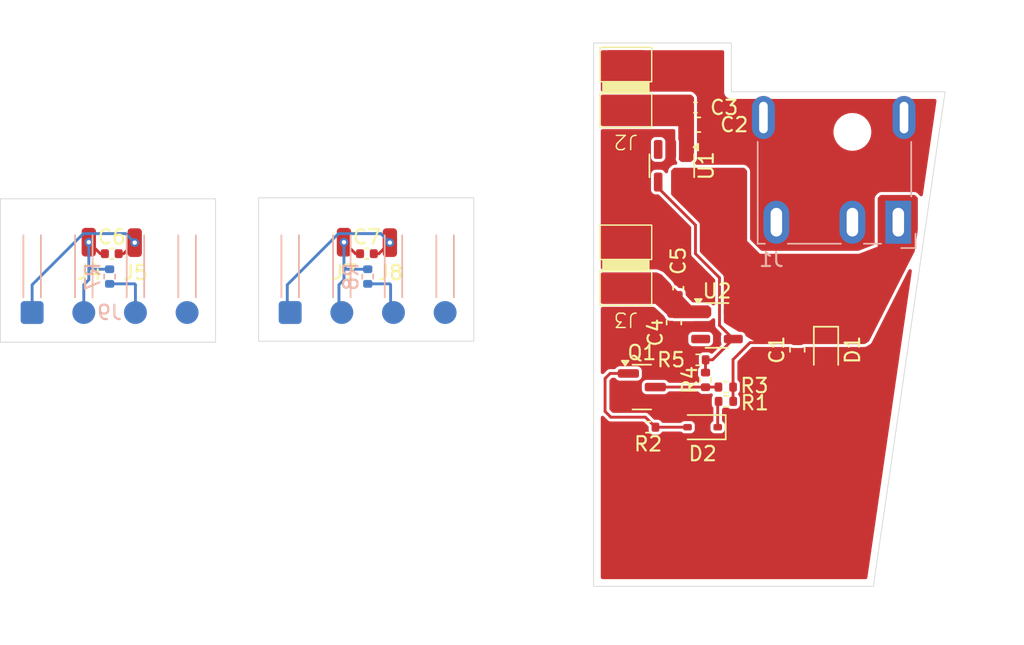
<source format=kicad_pcb>
(kicad_pcb (version 20240108) (generator "pcbnew") (generator_version "8.0")
  (layers (0 "F.Cu" signal) (31 "B.Cu" signal) (34 "B.Paste" user) (35 "F.Paste" user) (36 "B.SilkS" user "B.Silkscreen") (37 "F.SilkS" user "F.Silkscreen") (38 "B.Mask" user) (39 "F.Mask" user) (44 "Edge.Cuts" user))
  (net 0 "")
  (net 1 "+5.1V")
  (net 2 "GND")
  (net 3 "/紅")
  (net 4 "/白")
  (net 5 "/B")
  (net 6 "Net-(D2-K)")
  (net 7 "Net-(Q1-C)")
  (net 8 "/EN")
  (net 12 "/Charger Connector2/GND")
  (net 13 "/Charger Connector2/VCC")
  (net 14 "/Charger Connector1/GND")
  (net 15 "/Charger Connector1/VCC")
  (net 16 "/Charger Connector2/T")
  (net 17 "/Charger Connector1/T")
  (footprint "Connector_Wire:SolderWirePad_1x01_SMD_1x2mm" (layer "F.Cu") (at 56.165 57.095)
    (property "Reference" "J4" (at 0.05 2.095 0) (layer "F.SilkS"))
    (property "Value" "Conn_01x01" (hide yes))
    (pad "1" smd roundrect (at 0 0) (size 1 2) (layers "F.Cu" "F.Paste" "F.Mask") (net 13 "/Charger Connector2/VCC"))
  )
  (footprint "LocalLibrary:Power Pads" (layer "F.Cu") (at 93.6 49.1 180)
    (property "Reference" "J2" (at 0 -1 180) (layer "F.SilkS") (effects (font (thickness 0.1))))
    (property "Value" "Conn_01x02" (hide yes))
    (fp_rect (start -1.6 2.4) (end 1.6 3.2) (stroke (width 0.1)) (fill solid) (layer "F.SilkS"))
    (fp_rect (start -1.8 3.2) (end 1.8 5.6) (stroke (width 0.1)) (fill none) (layer "F.SilkS"))
    (fp_rect (start -1.8 0) (end 1.8 2.4) (stroke (width 0.1)) (fill none) (layer "F.SilkS"))
    (pad "1" smd roundrect (at 0 1.2 180) (size 3 2) (layers "F.Cu" "F.Paste" "F.Mask") (roundrect_rratio 0.1640419948) (net 3 "/紅"))
    (pad "2" smd roundrect (at 0 4.4 180) (size 3 2) (layers "F.Cu" "F.Paste" "F.Mask") (roundrect_rratio 0.1640419948) (net 2 "GND"))
  )
  (footprint "Capacitor_SMD:C_0603_1608Metric" (layer "F.Cu") (at 105.55 64.6 90)
    (property "Reference" "C1" (at 0 -1.43 90) (layer "F.SilkS"))
    (property "Value" "C" (hide yes))
    (fp_line (start -0.14058 -0.51) (end 0.14058 -0.51) (stroke (width 0.12)) (layer "F.SilkS"))
    (fp_line (start -0.14058 0.51) (end 0.14058 0.51) (stroke (width 0.12)) (layer "F.SilkS"))
    (pad "1" smd roundrect (at -0.775 0 90) (size 0.9 0.95) (layers "F.Cu" "F.Paste" "F.Mask") (net 2 "GND"))
    (pad "2" smd roundrect (at 0.775 0 90) (size 0.9 0.95) (layers "F.Cu" "F.Paste" "F.Mask") (net 1 "+5.1V"))
  )
  (footprint "Package_TO_SOT_SMD:SOT-23-5" (layer "F.Cu") (at 99.95 62.9)
    (property "Reference" "U2" (at 0 -2.4 0) (layer "F.SilkS"))
    (property "Value" "WP25141" (hide yes))
    (fp_line (start 0 -1.56) (end -0.8 -1.56) (stroke (width 0.12)) (layer "F.SilkS"))
    (fp_line (start 0 -1.56) (end 0.8 -1.56) (stroke (width 0.12)) (layer "F.SilkS"))
    (fp_line (start 0 1.56) (end -0.8 1.56) (stroke (width 0.12)) (layer "F.SilkS"))
    (fp_line (start 0 1.56) (end 0.8 1.56) (stroke (width 0.12)) (layer "F.SilkS"))
    (fp_poly (pts (xy -1.3 -1.51) (xy -1.54 -1.84) (xy -1.06 -1.84) (xy -1.3 -1.51)) (stroke (width 0.12)) (fill solid) (layer "F.SilkS"))
    (pad "1" smd roundrect (at -1.1375 -0.95) (size 1.325 0.6) (layers "F.Cu" "F.Paste" "F.Mask") (net 4 "/白"))
    (pad "2" smd roundrect (at -1.1375 0) (size 1.325 0.6) (layers "F.Cu" "F.Paste" "F.Mask") (net 2 "GND"))
    (pad "3" smd roundrect (at -1.1375 0.95) (size 1.325 0.6) (layers "F.Cu" "F.Paste" "F.Mask"))
    (pad "4" smd roundrect (at 1.1375 0.95) (size 1.325 0.6) (layers "F.Cu" "F.Paste" "F.Mask") (net 8 "/EN"))
    (pad "5" smd roundrect (at 1.1375 -0.95) (size 1.325 0.6) (layers "F.Cu" "F.Paste" "F.Mask") (net 1 "+5.1V"))
  )
  (footprint "Resistor_SMD:R_0402_1005Metric" (layer "F.Cu") (at 99.15 66.7 90)
    (property "Reference" "R4" (at 0 -1.1 90) (layer "F.SilkS"))
    (property "Value" "R" (hide yes))
    (fp_line (start -0.153641 -0.38) (end 0.153641 -0.38) (stroke (width 0.12)) (layer "F.SilkS"))
    (fp_line (start -0.153641 0.38) (end 0.153641 0.38) (stroke (width 0.12)) (layer "F.SilkS"))
    (pad "1" smd roundrect (at -0.51 0 90) (size 0.54 0.64) (layers "F.Cu" "F.Paste" "F.Mask") (net 7 "Net-(Q1-C)"))
    (pad "2" smd roundrect (at 0.51 0 90) (size 0.54 0.64) (layers "F.Cu" "F.Paste" "F.Mask") (net 8 "/EN"))
  )
  (footprint "Resistor_SMD:R_0402_1005Metric" (layer "F.Cu") (at 95.15 70 180)
    (property "Reference" "R2" (at 0 -1.17 0) (layer "F.SilkS"))
    (property "Value" "R" (hide yes))
    (fp_line (start -0.153641 0.38) (end 0.153641 0.38) (stroke (width 0.12)) (layer "F.SilkS"))
    (fp_line (start -0.153641 -0.38) (end 0.153641 -0.38) (stroke (width 0.12)) (layer "F.SilkS"))
    (pad "1" smd roundrect (at -0.51 0 180) (size 0.54 0.64) (layers "F.Cu" "F.Paste" "F.Mask") (net 5 "/B"))
    (pad "2" smd roundrect (at 0.51 0 180) (size 0.54 0.64) (layers "F.Cu" "F.Paste" "F.Mask") (net 2 "GND"))
  )
  (footprint "Capacitor_SMD:C_0402_1005Metric" (layer "F.Cu") (at 98.45 47.7)
    (property "Reference" "C3" (at 2 0 0) (layer "F.SilkS"))
    (property "Value" "C" (hide yes))
    (fp_line (start -0.107836 -0.36) (end 0.107836 -0.36) (stroke (width 0.12)) (layer "F.SilkS"))
    (fp_line (start -0.107836 0.36) (end 0.107836 0.36) (stroke (width 0.12)) (layer "F.SilkS"))
    (pad "1" smd roundrect (at -0.48 0) (size 0.56 0.62) (layers "F.Cu" "F.Paste" "F.Mask") (net 3 "/紅"))
    (pad "2" smd roundrect (at 0.48 0) (size 0.56 0.62) (layers "F.Cu" "F.Paste" "F.Mask") (net 2 "GND"))
  )
  (footprint "Resistor_SMD:R_0402_1005Metric" (layer "F.Cu") (at 100.56 67.2 180)
    (property "Reference" "R3" (at -2 0.1 0) (layer "F.SilkS"))
    (property "Value" "R" (hide yes))
    (fp_line (start -0.153641 0.38) (end 0.153641 0.38) (stroke (width 0.12)) (layer "F.SilkS"))
    (fp_line (start -0.153641 -0.38) (end 0.153641 -0.38) (stroke (width 0.12)) (layer "F.SilkS"))
    (pad "1" smd roundrect (at -0.51 0 180) (size 0.54 0.64) (layers "F.Cu" "F.Paste" "F.Mask") (net 1 "+5.1V"))
    (pad "2" smd roundrect (at 0.51 0 180) (size 0.54 0.64) (layers "F.Cu" "F.Paste" "F.Mask") (net 7 "Net-(Q1-C)"))
  )
  (footprint "Diode_SMD:D_SOD-323F" (layer "F.Cu") (at 107.55 64.6 -90)
    (property "Reference" "D1" (at 0 -1.85 90) (layer "F.SilkS"))
    (property "Value" "\"GD\"")
    (fp_line (start -1.61 0.85) (end 1.05 0.85) (stroke (width 0.12)) (layer "F.SilkS"))
    (fp_line (start -1.61 -0.85) (end -1.61 0.85) (stroke (width 0.12)) (layer "F.SilkS"))
    (fp_line (start -1.61 -0.85) (end 1.05 -0.85) (stroke (width 0.12)) (layer "F.SilkS"))
    (pad "1" smd roundrect (at -1.1 0 270) (size 0.5 0.5) (layers "F.Cu" "F.Paste" "F.Mask") (net 1 "+5.1V"))
    (pad "2" smd roundrect (at 1.1 0 270) (size 0.5 0.5) (layers "F.Cu" "F.Paste" "F.Mask") (net 2 "GND"))
  )
  (footprint "Capacitor_SMD:C_0402_1005Metric" (layer "F.Cu") (at 97.25 60.3 90)
    (property "Reference" "C5" (at 1.9 0 90) (layer "F.SilkS"))
    (property "Value" "C" (hide yes))
    (fp_line (start -0.107836 -0.36) (end 0.107836 -0.36) (stroke (width 0.12)) (layer "F.SilkS"))
    (fp_line (start -0.107836 0.36) (end 0.107836 0.36) (stroke (width 0.12)) (layer "F.SilkS"))
    (pad "1" smd roundrect (at -0.48 0 90) (size 0.56 0.62) (layers "F.Cu" "F.Paste" "F.Mask") (net 4 "/白"))
    (pad "2" smd roundrect (at 0.48 0 90) (size 0.56 0.62) (layers "F.Cu" "F.Paste" "F.Mask") (net 2 "GND"))
  )
  (footprint "Connector_Wire:SolderWirePad_1x01_SMD_1x2mm" (layer "F.Cu") (at 77.15 57.125)
    (property "Reference" "J8" (at 0.05 2.095 360) (layer "F.SilkS"))
    (property "Value" "Conn_01x01" (hide yes))
    (pad "1" smd roundrect (at 0 0) (size 1 2) (layers "F.Cu" "F.Paste" "F.Mask") (net 14 "/Charger Connector1/GND"))
  )
  (footprint "LocalLibrary:Power Pads" (layer "F.Cu") (at 93.6 61.5 180)
    (property "Reference" "J3" (at 0 -1 180) (layer "F.SilkS") (effects (font (thickness 0.1))))
    (property "Value" "Conn_01x02" (hide yes))
    (fp_rect (start -1.6 2.4) (end 1.6 3.2) (stroke (width 0.1)) (fill solid) (layer "F.SilkS"))
    (fp_rect (start -1.8 3.2) (end 1.8 5.6) (stroke (width 0.1)) (fill none) (layer "F.SilkS"))
    (fp_rect (start -1.8 0) (end 1.8 2.4) (stroke (width 0.1)) (fill none) (layer "F.SilkS"))
    (pad "1" smd roundrect (at 0 1.2 180) (size 3 2) (layers "F.Cu" "F.Paste" "F.Mask") (roundrect_rratio 0.1640419948) (net 4 "/白"))
    (pad "2" smd roundrect (at 0 4.4 180) (size 3 2) (layers "F.Cu" "F.Paste" "F.Mask") (roundrect_rratio 0.1640419948) (net 2 "GND"))
  )
  (footprint "Package_TO_SOT_SMD:SOT-23" (layer "F.Cu") (at 94.7125 67.2)
    (property "Reference" "Q1" (at 0 -2.4 0) (layer "F.SilkS"))
    (property "Value" "WT3904" (hide yes))
    (fp_line (start 0 -1.56) (end -0.65 -1.56) (stroke (width 0.12)) (layer "F.SilkS"))
    (fp_line (start 0 -1.56) (end 0.65 -1.56) (stroke (width 0.12)) (layer "F.SilkS"))
    (fp_line (start 0 1.56) (end -0.65 1.56) (stroke (width 0.12)) (layer "F.SilkS"))
    (fp_line (start 0 1.56) (end 0.65 1.56) (stroke (width 0.12)) (layer "F.SilkS"))
    (fp_poly (pts (xy -1.1625 -1.51) (xy -1.4025 -1.84) (xy -0.9225 -1.84) (xy -1.1625 -1.51)) (stroke (width 0.12)) (fill solid) (layer "F.SilkS"))
    (pad "1" smd roundrect (at -0.9375 -0.95) (size 1.475 0.6) (layers "F.Cu" "F.Paste" "F.Mask") (net 5 "/B"))
    (pad "2" smd roundrect (at -0.9375 0.95) (size 1.475 0.6) (layers "F.Cu" "F.Paste" "F.Mask") (net 2 "GND"))
    (pad "3" smd roundrect (at 0.9375 0) (size 1.475 0.6) (layers "F.Cu" "F.Paste" "F.Mask") (net 7 "Net-(Q1-C)"))
  )
  (footprint "Connector_Wire:SolderWirePad_1x01_SMD_1x2mm" (layer "F.Cu") (at 73.95 57.095)
    (property "Reference" "J7" (at 0.05 2.095 360) (layer "F.SilkS"))
    (property "Value" "Conn_01x01" (hide yes))
    (pad "1" smd roundrect (at 0 0) (size 1 2) (layers "F.Cu" "F.Paste" "F.Mask") (net 15 "/Charger Connector1/VCC"))
  )
  (footprint "Capacitor_SMD:C_0603_1608Metric" (layer "F.Cu") (at 98.65 48.9)
    (property "Reference" "C2" (at 2.5 0 0) (layer "F.SilkS"))
    (property "Value" "C" (hide yes))
    (fp_line (start -0.14058 -0.51) (end 0.14058 -0.51) (stroke (width 0.12)) (layer "F.SilkS"))
    (fp_line (start -0.14058 0.51) (end 0.14058 0.51) (stroke (width 0.12)) (layer "F.SilkS"))
    (pad "1" smd roundrect (at -0.775 0) (size 0.9 0.95) (layers "F.Cu" "F.Paste" "F.Mask") (net 3 "/紅"))
    (pad "2" smd roundrect (at 0.775 0) (size 0.9 0.95) (layers "F.Cu" "F.Paste" "F.Mask") (net 2 "GND"))
  )
  (footprint "Capacitor_SMD:C_0603_1608Metric" (layer "F.Cu") (at 96.95 62.7 -90)
    (property "Reference" "C4" (at 0.7 1.3 90) (layer "F.SilkS"))
    (property "Value" "C" (hide yes))
    (fp_line (start -0.14058 0.51) (end 0.14058 0.51) (stroke (width 0.12)) (layer "F.SilkS"))
    (fp_line (start -0.14058 -0.51) (end 0.14058 -0.51) (stroke (width 0.12)) (layer "F.SilkS"))
    (pad "1" smd roundrect (at -0.775 0 270) (size 0.9 0.95) (layers "F.Cu" "F.Paste" "F.Mask") (net 4 "/白"))
    (pad "2" smd roundrect (at 0.775 0 270) (size 0.9 0.95) (layers "F.Cu" "F.Paste" "F.Mask") (net 2 "GND"))
  )
  (footprint "Package_TO_SOT_SMD:SOT-23-5" (layer "F.Cu") (at 96.8 51.7625 -90)
    (property "Reference" "U1" (at 0 -2.4 90) (layer "F.SilkS"))
    (property "Value" "WP25141" (hide yes))
    (fp_line (start 0 1.56) (end -0.8 1.56) (stroke (width 0.12)) (layer "F.SilkS"))
    (fp_line (start 0 1.56) (end 0.8 1.56) (stroke (width 0.12)) (layer "F.SilkS"))
    (fp_line (start 0 -1.56) (end -0.8 -1.56) (stroke (width 0.12)) (layer "F.SilkS"))
    (fp_line (start 0 -1.56) (end 0.8 -1.56) (stroke (width 0.12)) (layer "F.SilkS"))
    (fp_poly (pts (xy -1.3 -1.51) (xy -1.54 -1.84) (xy -1.06 -1.84) (xy -1.3 -1.51)) (stroke (width 0.12)) (fill solid) (layer "F.SilkS"))
    (pad "1" smd roundrect (at -1.1375 -0.95 270) (size 1.325 0.6) (layers "F.Cu" "F.Paste" "F.Mask") (net 3 "/紅"))
    (pad "2" smd roundrect (at -1.1375 0 270) (size 1.325 0.6) (layers "F.Cu" "F.Paste" "F.Mask") (net 2 "GND"))
    (pad "3" smd roundrect (at -1.1375 0.95 270) (size 1.325 0.6) (layers "F.Cu" "F.Paste" "F.Mask"))
    (pad "4" smd roundrect (at 1.1375 0.95 270) (size 1.325 0.6) (layers "F.Cu" "F.Paste" "F.Mask") (net 8 "/EN"))
    (pad "5" smd roundrect (at 1.1375 -0.95 270) (size 1.325 0.6) (layers "F.Cu" "F.Paste" "F.Mask") (net 1 "+5.1V"))
  )
  (footprint "Diode_SMD:D_SOD-323" (layer "F.Cu") (at 98.95 70 180)
    (property "Reference" "D2" (at 0 -1.85 0) (layer "F.SilkS"))
    (property "Value" "\"E2\"")
    (fp_line (start -1.61 0.85) (end 1.05 0.85) (stroke (width 0.12)) (layer "F.SilkS"))
    (fp_line (start -1.61 -0.85) (end 1.05 -0.85) (stroke (width 0.12)) (layer "F.SilkS"))
    (fp_line (start -1.61 -0.85) (end -1.61 0.85) (stroke (width 0.12)) (layer "F.SilkS"))
    (pad "1" smd roundrect (at -1.05 0 180) (size 0.6 0.45) (layers "F.Cu" "F.Paste" "F.Mask") (net 6 "Net-(D2-K)"))
    (pad "2" smd roundrect (at 1.05 0 180) (size 0.6 0.45) (layers "F.Cu" "F.Paste" "F.Mask") (net 5 "/B"))
  )
  (footprint "Capacitor_SMD:C_0402_1005Metric" (layer "F.Cu") (at 57.765 57.895)
    (property "Reference" "C6" (at 0 -1.16 0) (layer "F.SilkS"))
    (property "Value" "C" (hide yes))
    (fp_line (start -0.107836 -0.36) (end 0.107836 -0.36) (stroke (width 0.12)) (layer "F.SilkS"))
    (fp_line (start -0.107836 0.36) (end 0.107836 0.36) (stroke (width 0.12)) (layer "F.SilkS"))
    (pad "1" smd roundrect (at -0.48 0) (size 0.56 0.62) (layers "F.Cu" "F.Paste" "F.Mask") (net 13 "/Charger Connector2/VCC"))
    (pad "2" smd roundrect (at 0.48 0) (size 0.56 0.62) (layers "F.Cu" "F.Paste" "F.Mask") (net 12 "/Charger Connector2/GND"))
  )
  (footprint "Resistor_SMD:R_0402_1005Metric" (layer "F.Cu") (at 100.57 68.2 180)
    (property "Reference" "R1" (at -2.01 -0.1 0) (layer "F.SilkS"))
    (property "Value" "R" (hide yes))
    (fp_line (start -0.153641 0.38) (end 0.153641 0.38) (stroke (width 0.12)) (layer "F.SilkS"))
    (fp_line (start -0.153641 -0.38) (end 0.153641 -0.38) (stroke (width 0.12)) (layer "F.SilkS"))
    (pad "1" smd roundrect (at -0.51 0 180) (size 0.54 0.64) (layers "F.Cu" "F.Paste" "F.Mask") (net 1 "+5.1V"))
    (pad "2" smd roundrect (at 0.51 0 180) (size 0.54 0.64) (layers "F.Cu" "F.Paste" "F.Mask") (net 6 "Net-(D2-K)"))
  )
  (footprint "Connector_Wire:SolderWirePad_1x01_SMD_1x2mm" (layer "F.Cu") (at 59.365 57.125)
    (property "Reference" "J5" (at 0.05 2.095 0) (layer "F.SilkS"))
    (property "Value" "Conn_01x01" (hide yes))
    (pad "1" smd roundrect (at 0 0) (size 1 2) (layers "F.Cu" "F.Paste" "F.Mask") (net 12 "/Charger Connector2/GND"))
  )
  (footprint "Capacitor_SMD:C_0402_1005Metric" (layer "F.Cu") (at 75.55 57.895)
    (property "Reference" "C7" (at 0 -1.16 360) (layer "F.SilkS"))
    (property "Value" "C" (hide yes))
    (fp_line (start -0.107836 -0.36) (end 0.107836 -0.36) (stroke (width 0.12)) (layer "F.SilkS"))
    (fp_line (start -0.107836 0.36) (end 0.107836 0.36) (stroke (width 0.12)) (layer "F.SilkS"))
    (pad "1" smd roundrect (at -0.48 0) (size 0.56 0.62) (layers "F.Cu" "F.Paste" "F.Mask") (net 15 "/Charger Connector1/VCC"))
    (pad "2" smd roundrect (at 0.48 0) (size 0.56 0.62) (layers "F.Cu" "F.Paste" "F.Mask") (net 14 "/Charger Connector1/GND"))
  )
  (footprint "Resistor_SMD:R_0402_1005Metric" (layer "F.Cu") (at 98.65 65.3 180)
    (property "Reference" "R5" (at 1.9 0 0) (layer "F.SilkS"))
    (property "Value" "R" (hide yes))
    (fp_line (start -0.153641 0.38) (end 0.153641 0.38) (stroke (width 0.12)) (layer "F.SilkS"))
    (fp_line (start -0.153641 -0.38) (end 0.153641 -0.38) (stroke (width 0.12)) (layer "F.SilkS"))
    (pad "1" smd roundrect (at -0.51 0 180) (size 0.54 0.64) (layers "F.Cu" "F.Paste" "F.Mask") (net 8 "/EN"))
    (pad "2" smd roundrect (at 0.51 0 180) (size 0.54 0.64) (layers "F.Cu" "F.Paste" "F.Mask") (net 2 "GND"))
  )
  (footprint "Resistor_SMD:R_0402_1005Metric" (layer "B.Cu") (at 75.606565 59.49 -90)
    (property "Reference" "R8" (at 0 1.17 90) (layer "B.SilkS") (effects (justify mirror)))
    (property "Value" "5.61k")
    (fp_line (start 0.153641 0.38) (end -0.153641 0.38) (stroke (width 0.12)) (layer "B.SilkS"))
    (fp_line (start 0.153641 -0.38) (end -0.153641 -0.38) (stroke (width 0.12)) (layer "B.SilkS"))
    (pad "1" smd roundrect (at -0.51 0 270) (size 0.54 0.64) (layers "B.Cu" "B.Paste" "B.Mask") (net 15 "/Charger Connector1/VCC"))
    (pad "2" smd roundrect (at 0.51 0 270) (size 0.54 0.64) (layers "B.Cu" "B.Paste" "B.Mask") (net 17 "/Charger Connector1/T"))
  )
  (footprint "Connector_Wire:SolderWire-0.1sqmm_1x04_P3.6mm_D0.4mm_OD1mm_Relief" (layer "B.Cu") (at 70.5 63.025)
    (property "Reference" "J10" (hide yes))
    (property "Value" "Conn_01x04" (hide yes))
    (fp_line (start -0.91 -6.415) (end -0.91 -2.085) (stroke (width 0.12)) (layer "B.SilkS"))
    (fp_line (start 0.31 -6.415) (end 0.31 -2.085) (stroke (width 0.12)) (layer "B.SilkS"))
    (fp_line (start 2.69 -6.415) (end 2.69 -2.085) (stroke (width 0.12)) (layer "B.SilkS"))
    (fp_line (start 3.91 -6.415) (end 3.91 -2.085) (stroke (width 0.12)) (layer "B.SilkS"))
    (fp_line (start 6.29 -6.415) (end 6.29 -2.085) (stroke (width 0.12)) (layer "B.SilkS"))
    (fp_line (start 7.51 -6.415) (end 7.51 -2.085) (stroke (width 0.12)) (layer "B.SilkS"))
    (fp_line (start 9.89 -6.415) (end 9.89 -2.085) (stroke (width 0.12)) (layer "B.SilkS"))
    (fp_line (start 11.11 -6.415) (end 11.11 -2.085) (stroke (width 0.12)) (layer "B.SilkS"))
    (pad "1" smd roundrect (at -0.3 -1.025) (size 1.6 1.6) (layers "B.Cu" "B.Paste" "B.Mask") (roundrect_rratio 0.15625) (net 14 "/Charger Connector1/GND"))
    (pad "2" smd circle (at 3.3 -1.025) (size 1.6 1.6) (layers "B.Cu" "B.Paste" "B.Mask") (net 15 "/Charger Connector1/VCC"))
    (pad "3" smd circle (at 6.9 -1.025 270) (size 1.6 1.6) (layers "B.Cu" "B.Paste" "B.Mask") (net 17 "/Charger Connector1/T"))
    (pad "4" smd circle (at 10.5 -1.025) (size 1.6 1.6) (layers "B.Cu" "B.Paste" "B.Mask"))
  )
  (footprint "Connector_Wire:SolderWire-0.1sqmm_1x04_P3.6mm_D0.4mm_OD1mm_Relief" (layer "B.Cu") (at 52.215 62)
    (property "Reference" "J9" (at 5.4 0 180) (layer "B.SilkS") (effects (justify mirror)))
    (property "Value" "Conn_01x04" (hide yes))
    (fp_line (start -0.61 -5.39) (end -0.61 -1.06) (stroke (width 0.12)) (layer "B.SilkS"))
    (fp_line (start 0.61 -5.39) (end 0.61 -1.06) (stroke (width 0.12)) (layer "B.SilkS"))
    (fp_line (start 2.99 -5.39) (end 2.99 -1.06) (stroke (width 0.12)) (layer "B.SilkS"))
    (fp_line (start 4.21 -5.39) (end 4.21 -1.06) (stroke (width 0.12)) (layer "B.SilkS"))
    (fp_line (start 6.59 -5.39) (end 6.59 -1.06) (stroke (width 0.12)) (layer "B.SilkS"))
    (fp_line (start 7.81 -5.39) (end 7.81 -1.06) (stroke (width 0.12)) (layer "B.SilkS"))
    (fp_line (start 10.19 -5.39) (end 10.19 -1.06) (stroke (width 0.12)) (layer "B.SilkS"))
    (fp_line (start 11.41 -5.39) (end 11.41 -1.06) (stroke (width 0.12)) (layer "B.SilkS"))
    (pad "1" smd roundrect (at 0 0) (size 1.6 1.6) (layers "B.Cu" "B.Paste" "B.Mask") (roundrect_rratio 0.15625) (net 12 "/Charger Connector2/GND"))
    (pad "2" smd circle (at 3.6 0) (size 1.6 1.6) (layers "B.Cu" "B.Paste" "B.Mask") (net 13 "/Charger Connector2/VCC"))
    (pad "3" smd circle (at 7.2 0 270) (size 1.6 1.6) (layers "B.Cu" "B.Paste" "B.Mask") (net 16 "/Charger Connector2/T"))
    (pad "4" smd circle (at 10.8 0) (size 1.6 1.6) (layers "B.Cu" "B.Paste" "B.Mask"))
  )
  (footprint "Resistor_SMD:R_0402_1005Metric" (layer "B.Cu") (at 57.615 59.49 -90)
    (property "Reference" "R7" (at 0 1.17 90) (layer "B.SilkS") (effects (justify mirror)))
    (property "Value" "5.61k")
    (fp_line (start 0.153641 0.38) (end -0.153641 0.38) (stroke (width 0.12)) (layer "B.SilkS"))
    (fp_line (start 0.153641 -0.38) (end -0.153641 -0.38) (stroke (width 0.12)) (layer "B.SilkS"))
    (pad "1" smd roundrect (at -0.51 0 270) (size 0.54 0.64) (layers "B.Cu" "B.Paste" "B.Mask") (net 13 "/Charger Connector2/VCC"))
    (pad "2" smd roundrect (at 0.51 0 270) (size 0.54 0.64) (layers "B.Cu" "B.Paste" "B.Mask") (net 16 "/Charger Connector2/T"))
  )
  (footprint "Connector_BarrelJack:BarrelJack_CUI_PJ-079BH_Horizontal" (layer "B.Cu") (at 112.5875 55.7)
    (property "Reference" "J1" (at -9.8 2.6 0) (layer "B.SilkS") (effects (justify right mirror)))
    (property "Value" "Barrel_Jack")
    (fp_line (start -9.8 1.5) (end -9.8 -5.6) (stroke (width 0.12)) (layer "B.SilkS"))
    (fp_line (start -9.8 1.5) (end -9.3 1.5) (stroke (width 0.12)) (layer "B.SilkS"))
    (fp_line (start -7.7 1.5) (end -4 1.5) (stroke (width 0.12)) (layer "B.SilkS"))
    (fp_line (start -2.4 1.5) (end -1.2 1.5) (stroke (width 0.12)) (layer "B.SilkS"))
    (fp_line (start 0.2 1.8) (end 1.2 1.8) (stroke (width 0.12)) (layer "B.SilkS"))
    (fp_line (start 0.9 -1.8) (end 0.9 -5.6) (stroke (width 0.12)) (layer "B.SilkS"))
    (fp_line (start 1.2 0.8) (end 1.2 1.8) (stroke (width 0.12)) (layer "B.SilkS"))
    (pad "" np_thru_hole circle (at -3.2 -6.3 180) (size 2.13 2.13) (drill 2.13) (layers "F&B.Cu" "*.Mask"))
    (pad "1" thru_hole rect (at 0 0 180) (size 1.8 3) (drill oval 0.8 2) (layers "*.Cu" "*.Mask") (net 1 "+5.1V"))
    (pad "2" thru_hole oval (at -8.5 0 180) (size 1.8 3) (drill oval 0.8 2) (layers "*.Cu" "*.Mask") (net 2 "GND"))
    (pad "3" thru_hole oval (at -3.2 0 180) (size 1.8 3) (drill oval 0.8 2) (layers "*.Cu" "*.Mask") (net 2 "GND"))
    (pad "SH" thru_hole oval (at -9.4 -7.3 180) (size 1.6 3) (drill oval 0.6 2.2) (layers "*.Cu" "*.Mask") (net 2 "GND"))
    (pad "SH" thru_hole oval (at 0.4 -7.3 180) (size 1.6 3) (drill oval 0.6 2.2) (layers "*.Cu" "*.Mask") (net 2 "GND"))
  )
  (gr_line (start 100.95 43.2) (end 91.35 43.2) (stroke (width 0.05)) (layer "Edge.Cuts"))
  (gr_line (start 110.85 81.1) (end 91.35 81.1) (stroke (width 0.05)) (layer "Edge.Cuts"))
  (gr_rect (start 50 54.065) (end 65 64.065) (stroke (width 0.05)) (fill none) (layer "Edge.Cuts"))
  (gr_line (start 91.35 43.2) (end 91.35 81.1) (stroke (width 0.05)) (layer "Edge.Cuts"))
  (gr_line (start 100.95 43.2) (end 100.95 46.6) (stroke (width 0.05)) (layer "Edge.Cuts"))
  (gr_line (start 115.85 46.6) (end 110.85 81.1) (stroke (width 0.05)) (layer "Edge.Cuts"))
  (gr_rect (start 68 54) (end 83 64) (stroke (width 0.05)) (fill none) (layer "Edge.Cuts"))
  (gr_line (start 100.95 46.6) (end 115.85 46.6) (stroke (width 0.05)) (layer "Edge.Cuts"))
  (segment (start 101.07 67.2) (end 101.07 68.19) (width 0.2) (layer "F.Cu") (net 1))
  (segment (start 102.25 64.1) (end 103.15 64.1) (width 0.2) (layer "F.Cu") (net 1))
  (segment (start 102.15 64.2) (end 102.25 64.1) (width 0.2) (layer "F.Cu") (net 1))
  (segment (start 101.07 68.19) (end 101.08 68.2) (width 0.2) (layer "F.Cu") (net 1))
  (segment (start 101.07 67.2) (end 101.07 65.28) (width 0.2) (layer "F.Cu") (net 1))
  (segment (start 101.07 65.28) (end 102.15 64.2) (width 0.2) (layer "F.Cu") (net 1))
  (segment (start 94.96 69.3) (end 95.66 70) (width 0.2) (layer "F.Cu") (net 5))
  (segment (start 93.775 66.25) (end 92.5 66.25) (width 0.2) (layer "F.Cu") (net 5))
  (segment (start 92.15 68.9) (end 92.55 69.3) (width 0.2) (layer "F.Cu") (net 5))
  (segment (start 92.15 66.6) (end 92.15 68.9) (width 0.2) (layer "F.Cu") (net 5))
  (segment (start 92.55 69.3) (end 94.96 69.3) (width 0.2) (layer "F.Cu") (net 5))
  (segment (start 95.66 70) (end 97.9 70) (width 0.2) (layer "F.Cu") (net 5))
  (segment (start 92.5 66.25) (end 92.15 66.6) (width 0.2) (layer "F.Cu") (net 5))
  (segment (start 100 68.26) (end 100.06 68.2) (width 0.2) (layer "F.Cu") (net 6))
  (segment (start 100 70) (end 100 68.26) (width 0.2) (layer "F.Cu") (net 6))
  (segment (start 99.14 67.2) (end 99.15 67.21) (width 0.2) (layer "F.Cu") (net 7))
  (segment (start 95.65 67.2) (end 99.14 67.2) (width 0.2) (layer "F.Cu") (net 7))
  (segment (start 99.16 67.2) (end 99.15 67.21) (width 0.2) (layer "F.Cu") (net 7))
  (segment (start 100.05 67.2) (end 99.16 67.2) (width 0.2) (layer "F.Cu") (net 7))
  (segment (start 100.125 59.575) (end 100.125 62.8875) (width 0.2) (layer "F.Cu") (net 8))
  (segment (start 95.85 52.9) (end 95.85 53.3) (width 0.2) (layer "F.Cu") (net 8))
  (segment (start 95.85 53.3) (end 98.45 55.9) (width 0.2) (layer "F.Cu") (net 8))
  (segment (start 99.6375 65.3) (end 101.0875 63.85) (width 0.2) (layer "F.Cu") (net 8))
  (segment (start 98.45 55.9) (end 98.45 57.9) (width 0.2) (layer "F.Cu") (net 8))
  (segment (start 99.16 65.3) (end 99.6375 65.3) (width 0.2) (layer "F.Cu") (net 8))
  (segment (start 99.15 66.19) (end 99.15 65.31) (width 0.2) (layer "F.Cu") (net 8))
  (segment (start 98.45 57.9) (end 100.125 59.575) (width 0.2) (layer "F.Cu") (net 8))
  (segment (start 100.125 62.8875) (end 101.0875 63.85) (width 0.2) (layer "F.Cu") (net 8))
  (segment (start 99.15 65.31) (end 99.16 65.3) (width 0.2) (layer "F.Cu") (net 8))
  (segment (start 58.245 57.895) (end 58.595 57.895) (width 0.2) (layer "F.Cu") (net 12))
  (segment (start 58.595 57.895) (end 59.365 57.125) (width 0.2) (layer "F.Cu") (net 12))
  (via (at 59.365 57.125) (size 0.6) (drill 0.3) (layers "F.Cu" "B.Cu") (net 12))
  (segment (start 59.365 57.125) (end 58.735 56.495) (width 0.2) (layer "B.Cu") (net 12))
  (segment (start 58.735 56.495) (end 55.785 56.495) (width 0.2) (layer "B.Cu") (net 12))
  (segment (start 52.215 60.065) (end 52.215 62) (width 0.2) (layer "B.Cu") (net 12))
  (segment (start 55.785 56.495) (end 52.215 60.065) (width 0.2) (layer "B.Cu") (net 12))
  (segment (start 56.965 57.895) (end 56.165 57.095) (width 0.2) (layer "F.Cu") (net 13))
  (segment (start 57.285 57.895) (end 56.965 57.895) (width 0.2) (layer "F.Cu") (net 13))
  (via (at 56.165 57.095) (size 0.6) (drill 0.3) (layers "F.Cu" "B.Cu") (net 13))
  (segment (start 56.165 59.715) (end 55.815 60.065) (width 0.2) (layer "B.Cu") (net 13))
  (segment (start 55.815 60.065) (end 55.815 62) (width 0.2) (layer "B.Cu") (net 13))
  (segment (start 56.355 58.98) (end 56.165 58.79) (width 0.2) (layer "B.Cu") (net 13))
  (segment (start 56.165 58.79) (end 56.165 59.715) (width 0.2) (layer "B.Cu") (net 13))
  (segment (start 57.615 58.98) (end 56.355 58.98) (width 0.2) (layer "B.Cu") (net 13))
  (segment (start 56.165 57.095) (end 56.165 58.79) (width 0.2) (layer "B.Cu") (net 13))
  (segment (start 76.03 57.895) (end 76.38 57.895) (width 0.2) (layer "F.Cu") (net 14))
  (segment (start 76.38 57.895) (end 77.15 57.125) (width 0.2) (layer "F.Cu") (net 14))
  (via (at 77.15 57.125) (size 0.6) (drill 0.3) (layers "F.Cu" "B.Cu") (net 14))
  (segment (start 76.52 56.495) (end 73.57 56.495) (width 0.2) (layer "B.Cu") (net 14))
  (segment (start 73.57 56.495) (end 70 60.065) (width 0.2) (layer "B.Cu") (net 14))
  (segment (start 70 60.065) (end 70 62) (width 0.2) (layer "B.Cu") (net 14))
  (segment (start 77.15 57.125) (end 76.52 56.495) (width 0.2) (layer "B.Cu") (net 14))
  (segment (start 74.75 57.895) (end 73.95 57.095) (width 0.2) (layer "F.Cu") (net 15))
  (segment (start 75.07 57.895) (end 74.75 57.895) (width 0.2) (layer "F.Cu") (net 15))
  (via (at 73.95 57.095) (size 0.6) (drill 0.3) (layers "F.Cu" "B.Cu") (net 15))
  (segment (start 75.4 58.98) (end 74.14 58.98) (width 0.2) (layer "B.Cu") (net 15))
  (segment (start 73.95 58.79) (end 73.95 59.715) (width 0.2) (layer "B.Cu") (net 15))
  (segment (start 73.6 60.065) (end 73.6 62) (width 0.2) (layer "B.Cu") (net 15))
  (segment (start 74.14 58.98) (end 73.95 58.79) (width 0.2) (layer "B.Cu") (net 15))
  (segment (start 73.95 59.715) (end 73.6 60.065) (width 0.2) (layer "B.Cu") (net 15))
  (segment (start 73.95 57.095) (end 73.95 58.79) (width 0.2) (layer "B.Cu") (net 15))
  (segment (start 59.415 60.065) (end 59.35 60) (width 0.2) (layer "B.Cu") (net 16))
  (segment (start 59.415 62) (end 59.415 60.065) (width 0.2) (layer "B.Cu") (net 16))
  (segment (start 57.615 60) (end 59.35 60) (width 0.2) (layer "B.Cu") (net 16))
  (segment (start 75.4 60) (end 77.135 60) (width 0.2) (layer "B.Cu") (net 17))
  (segment (start 77.2 62) (end 77.2 60.065) (width 0.2) (layer "B.Cu") (net 17))
  (segment (start 77.2 60.065) (end 77.135 60) (width 0.2) (layer "B.Cu") (net 17))
  (zone (net 1) (net_name "+5.1V") (layer "F.Cu") (priority 1) (connect_pads yes (clearance 0.2)) (min_thickness 0.25) (fill yes (thermal_gap 0.1) (thermal_bridge_width 0.5) (smoothing chamfer) (radius 0.2))
    (polygon (pts (xy 113.95 53.8) (xy 111.15 53.8) (xy 111.15 57.4) (xy 109.85 57.9) (xy 102.95 57.9) (xy 102.05 57) (xy 102.05 53) (xy 102.05 51.9) (xy 96.75 51.9) (xy 96.75 54.1) (xy 98.45 55.8) (xy 98.55 57.9) (xy 100.25 59.8) (xy 100.25 62.6) (xy 102.85 64.2) (xy 110.45 64.2) (xy 113.95 57.3)))
  )
  (zone (net 4) (net_name "/白") (layer "F.Cu") (priority 2) (connect_pads yes (clearance 0.2)) (min_thickness 0.25) (fill yes (thermal_gap 0.1) (thermal_bridge_width 0.5) (smoothing chamfer) (radius 0.2))
    (polygon (pts (xy 91.45 59.2) (xy 91.45 61.4) (xy 95.65 61.4) (xy 96.75 62.4) (xy 99.55 62.4) (xy 99.55 61.5) (xy 98.15 61.5) (xy 95.95 59.2)))
  )
  (zone (net 3) (net_name "/紅") (layer "F.Cu") (priority 1) (connect_pads yes (clearance 0.2)) (min_thickness 0.25) (fill yes (thermal_gap 0.1) (thermal_bridge_width 0.5) (smoothing chamfer) (radius 0.2))
    (polygon (pts (xy 97.25 51.5) (xy 98.35 51.5) (xy 98.35 46.8) (xy 91.65 46.8) (xy 91.65 49) (xy 97.25 49)))
  )
  (zone (net 2) (net_name "GND") (layer "F.Cu") (connect_pads yes (clearance 0.2)) (min_thickness 0.25) (fill yes (thermal_gap 0.1) (thermal_bridge_width 0.5) (smoothing chamfer) (radius 0.2))
    (polygon (pts (xy 86.35 40.2) (xy 121.35 40.2) (xy 121.35 85.2) (xy 86.35 85.2)))
  )
)
</source>
